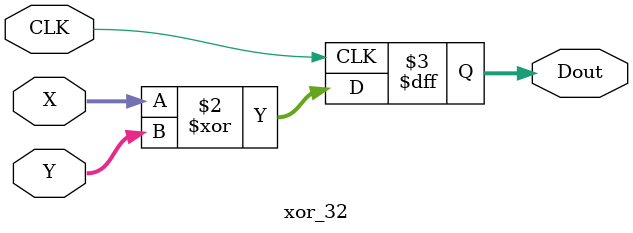
<source format=v>
`timescale 1ns / 1ps


module xor_32(
    input [31:0] X,
    input [31:0] Y,
    output reg [31:0] Dout,
    input CLK
    );

always @(posedge CLK)
begin
	Dout <= X ^ Y;
end
endmodule

</source>
